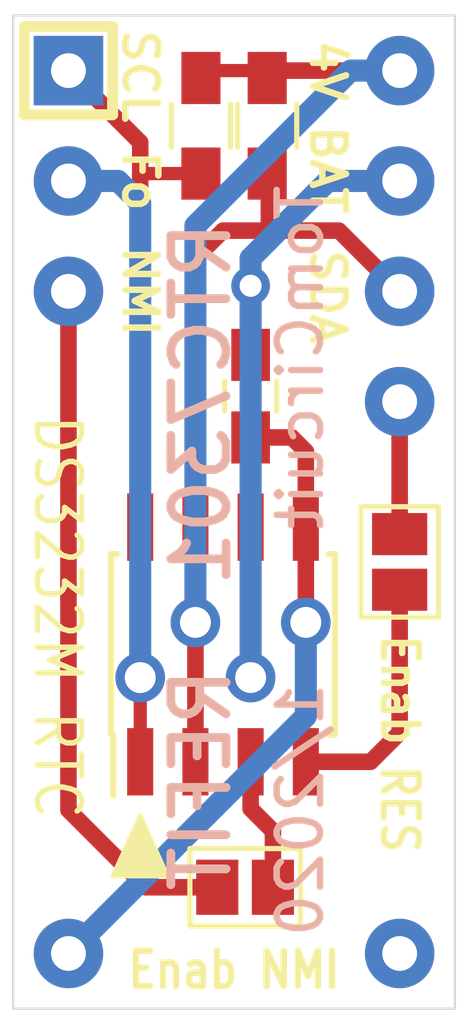
<source format=kicad_pcb>
(kicad_pcb (version 20171130) (host pcbnew "(5.1.4)-1")

  (general
    (thickness 1.6)
    (drawings 22)
    (tracks 54)
    (zones 0)
    (modules 7)
    (nets 11)
  )

  (page A4)
  (layers
    (0 F.Cu signal)
    (31 B.Cu signal)
    (32 B.Adhes user hide)
    (33 F.Adhes user hide)
    (34 B.Paste user hide)
    (35 F.Paste user hide)
    (36 B.SilkS user hide)
    (37 F.SilkS user)
    (38 B.Mask user hide)
    (39 F.Mask user hide)
    (40 Dwgs.User user)
    (41 Cmts.User user hide)
    (42 Eco1.User user hide)
    (43 Eco2.User user hide)
    (44 Edge.Cuts user)
    (45 Margin user hide)
    (46 B.CrtYd user hide)
    (47 F.CrtYd user hide)
    (48 B.Fab user hide)
    (49 F.Fab user hide)
  )

  (setup
    (last_trace_width 0.381)
    (user_trace_width 0.1524)
    (user_trace_width 0.254)
    (user_trace_width 0.3048)
    (user_trace_width 0.381)
    (user_trace_width 0.508)
    (user_trace_width 1.27)
    (user_trace_width 2.032)
    (trace_clearance 0.2032)
    (zone_clearance 0.508)
    (zone_45_only no)
    (trace_min 0.1524)
    (via_size 0.762)
    (via_drill 0.4572)
    (via_min_size 0.6858)
    (via_min_drill 0.3302)
    (user_via 0.6858 0.3302)
    (user_via 0.889 0.508)
    (user_via 1.143 0.7112)
    (user_via 1.397 0.7112)
    (uvia_size 0.762)
    (uvia_drill 0.4572)
    (uvias_allowed no)
    (uvia_min_size 0.6858)
    (uvia_min_drill 0.3302)
    (edge_width 0.05)
    (segment_width 0.2)
    (pcb_text_width 0.3)
    (pcb_text_size 1.5 1.5)
    (mod_edge_width 0.12)
    (mod_text_size 1 1)
    (mod_text_width 0.15)
    (pad_size 1.2 0.889)
    (pad_drill 0)
    (pad_to_mask_clearance 0.0508)
    (solder_mask_min_width 0.1016)
    (pad_to_paste_clearance -0.04)
    (aux_axis_origin 0 0)
    (visible_elements 7FFFFFFF)
    (pcbplotparams
      (layerselection 0x010fc_ffffffff)
      (usegerberextensions false)
      (usegerberattributes false)
      (usegerberadvancedattributes false)
      (creategerberjobfile false)
      (excludeedgelayer true)
      (linewidth 0.100000)
      (plotframeref false)
      (viasonmask false)
      (mode 1)
      (useauxorigin false)
      (hpglpennumber 1)
      (hpglpenspeed 20)
      (hpglpendiameter 15.000000)
      (psnegative false)
      (psa4output false)
      (plotreference true)
      (plotvalue true)
      (plotinvisibletext false)
      (padsonsilk false)
      (subtractmaskfromsilk false)
      (outputformat 1)
      (mirror false)
      (drillshape 1)
      (scaleselection 1)
      (outputdirectory ""))
  )

  (net 0 "")
  (net 1 GND)
  (net 2 /VBAT)
  (net 3 +4V)
  (net 4 /SDA)
  (net 5 /~RESET)
  (net 6 /~NMI)
  (net 7 /FOUT)
  (net 8 /SCL)
  (net 9 "Net-(JP1-Pad1)")
  (net 10 "Net-(JP2-Pad2)")

  (net_class Default "This is the default net class."
    (clearance 0.2032)
    (trace_width 0.254)
    (via_dia 0.762)
    (via_drill 0.4572)
    (uvia_dia 0.762)
    (uvia_drill 0.4572)
    (diff_pair_width 0.2032)
    (diff_pair_gap 0.254)
    (add_net +4V)
    (add_net /FOUT)
    (add_net /SCL)
    (add_net /SDA)
    (add_net /VBAT)
    (add_net /~NMI)
    (add_net /~RESET)
    (add_net GND)
    (add_net "Net-(H1-Pad10)")
    (add_net "Net-(JP1-Pad1)")
    (add_net "Net-(JP2-Pad2)")
  )

  (module newRTC:RTC-DIP-Header locked (layer F.Cu) (tedit 5E245D6E) (tstamp 5E24696B)
    (at 111.76 60.96)
    (descr "18-lead though-hole mounted DIP package, row spacing 7.62 mm (300 mils), sparse pins")
    (tags "THT DIP DIL PDIP 2.54mm 7.62mm 300mil Socket")
    (path /5E246465)
    (fp_text reference H1 (at 0 0) (layer F.SilkS) hide
      (effects (font (size 0.508 0.508) (thickness 0.1016)))
    )
    (fp_text value "RTC DIP Header" (at 3.81 22.65) (layer F.Fab)
      (effects (font (size 0.508 0.508) (thickness 0.1016)))
    )
    (fp_line (start -1.27 -1.33) (end -1.27 21.65) (layer F.Fab) (width 0.1))
    (fp_line (start -1.27 21.65) (end 8.89 21.65) (layer F.Fab) (width 0.1))
    (fp_line (start 8.89 21.65) (end 8.89 -1.33) (layer F.Fab) (width 0.1))
    (fp_line (start 8.89 -1.33) (end -1.27 -1.33) (layer F.Fab) (width 0.1))
    (fp_line (start -1.55 -1.6) (end -1.55 21.9) (layer F.CrtYd) (width 0.05))
    (fp_line (start -1.55 21.9) (end 9.15 21.9) (layer F.CrtYd) (width 0.05))
    (fp_line (start 9.15 21.9) (end 9.15 -1.6) (layer F.CrtYd) (width 0.05))
    (fp_line (start 9.15 -1.6) (end -1.55 -1.6) (layer F.CrtYd) (width 0.05))
    (fp_text user %R (at 3.81 10.16) (layer F.Fab)
      (effects (font (size 1 1) (thickness 0.15)))
    )
    (pad 1 thru_hole rect (at 0 0) (size 1.6 1.6) (drill 0.8) (layers *.Cu *.Mask)
      (net 8 /SCL))
    (pad 10 thru_hole oval (at 7.62 20.32) (size 1.6 1.6) (drill 0.8) (layers *.Cu *.Mask))
    (pad 2 thru_hole oval (at 0 2.54) (size 1.6 1.6) (drill 0.8) (layers *.Cu *.Mask)
      (net 7 /FOUT))
    (pad 3 thru_hole oval (at 0 5.08) (size 1.6 1.6) (drill 0.8) (layers *.Cu *.Mask)
      (net 6 /~NMI))
    (pad 15 thru_hole oval (at 7.62 7.62) (size 1.6 1.6) (drill 0.8) (layers *.Cu *.Mask)
      (net 5 /~RESET))
    (pad 16 thru_hole oval (at 7.62 5.08) (size 1.6 1.6) (drill 0.8) (layers *.Cu *.Mask)
      (net 4 /SDA))
    (pad 17 thru_hole oval (at 7.62 2.54) (size 1.6 1.6) (drill 0.8) (layers *.Cu *.Mask)
      (net 2 /VBAT))
    (pad 9 thru_hole oval (at 0 20.32) (size 1.6 1.6) (drill 0.8) (layers *.Cu *.Mask)
      (net 1 GND))
    (pad 18 thru_hole oval (at 7.62 0) (size 1.6 1.6) (drill 0.8) (layers *.Cu *.Mask)
      (net 3 +4V))
    (model ${KISYS3DMOD}/Housings_DIP.3dshapes/DIP-18_W7.62mm_Socket.wrl
      (at (xyz 0 0 0))
      (scale (xyz 1 1 1))
      (rotate (xyz 0 0 0))
    )
  )

  (module Capacitors_SMD:C_0603_HandSoldering (layer F.Cu) (tedit 5E2471AD) (tstamp 5E247E90)
    (at 115.951 68.453 270)
    (descr "Capacitor SMD 0603, hand soldering")
    (tags "capacitor 0603")
    (path /5E24C6D3)
    (attr smd)
    (fp_text reference C1 (at 0.061 -1.27 90) (layer F.SilkS) hide
      (effects (font (size 0.889 0.889) (thickness 0.127)))
    )
    (fp_text value 1uF (at 0.823 -0.889 90) (layer F.Fab)
      (effects (font (size 0.508 0.508) (thickness 0.1016)))
    )
    (fp_line (start 1.8 0.65) (end -1.8 0.65) (layer F.CrtYd) (width 0.05))
    (fp_line (start 1.8 0.65) (end 1.8 -0.65) (layer F.CrtYd) (width 0.05))
    (fp_line (start -1.8 -0.65) (end -1.8 0.65) (layer F.CrtYd) (width 0.05))
    (fp_line (start -1.8 -0.65) (end 1.8 -0.65) (layer F.CrtYd) (width 0.05))
    (fp_line (start 0.35 0.6) (end -0.35 0.6) (layer F.SilkS) (width 0.12))
    (fp_line (start -0.35 -0.6) (end 0.35 -0.6) (layer F.SilkS) (width 0.12))
    (fp_line (start -0.8 -0.4) (end 0.8 -0.4) (layer F.Fab) (width 0.1))
    (fp_line (start 0.8 -0.4) (end 0.8 0.4) (layer F.Fab) (width 0.1))
    (fp_line (start 0.8 0.4) (end -0.8 0.4) (layer F.Fab) (width 0.1))
    (fp_line (start -0.8 0.4) (end -0.8 -0.4) (layer F.Fab) (width 0.1))
    (fp_text user %R (at -1.082 -0.889 90) (layer F.Fab)
      (effects (font (size 0.508 0.508) (thickness 0.1016)))
    )
    (pad 2 smd rect (at 0.95 0 270) (size 1.2 0.889) (layers F.Cu F.Paste F.Mask)
      (net 1 GND))
    (pad 1 smd rect (at -0.95 0 270) (size 1.2 0.889) (layers F.Cu F.Paste F.Mask)
      (net 2 /VBAT))
    (model Capacitors_SMD.3dshapes/C_0603.wrl
      (at (xyz 0 0 0))
      (scale (xyz 1 1 1))
      (rotate (xyz 0 0 0))
    )
  )

  (module Connectors:GS2 (layer F.Cu) (tedit 586134A1) (tstamp 5E247A3D)
    (at 115.824 79.756 270)
    (descr "2-pin solder bridge")
    (tags "solder bridge")
    (path /5E24E9BF)
    (attr smd)
    (fp_text reference JP1 (at 0 2.54 unlocked) (layer F.SilkS) hide
      (effects (font (size 0.889 0.889) (thickness 0.127)))
    )
    (fp_text value "RTC NMI" (at 1.143 0) (layer F.Fab)
      (effects (font (size 0.508 0.508) (thickness 0.1016)))
    )
    (fp_line (start -0.89 -1.27) (end 0.89 -1.27) (layer F.SilkS) (width 0.12))
    (fp_line (start 0.89 1.27) (end -0.89 1.27) (layer F.SilkS) (width 0.12))
    (fp_line (start 0.89 1.27) (end 0.89 -1.27) (layer F.SilkS) (width 0.12))
    (fp_line (start -0.89 -1.27) (end -0.89 1.27) (layer F.SilkS) (width 0.12))
    (fp_line (start -1.1 -1.45) (end 1.1 -1.45) (layer F.CrtYd) (width 0.05))
    (fp_line (start -1.1 1.5) (end -1.1 -1.45) (layer F.CrtYd) (width 0.05))
    (fp_line (start 1.1 1.5) (end -1.1 1.5) (layer F.CrtYd) (width 0.05))
    (fp_line (start 1.1 -1.45) (end 1.1 1.5) (layer F.CrtYd) (width 0.05))
    (pad 2 smd rect (at 0 0.64 270) (size 1.27 0.97) (layers F.Cu F.Paste F.Mask)
      (net 6 /~NMI))
    (pad 1 smd rect (at 0 -0.64 270) (size 1.27 0.97) (layers F.Cu F.Paste F.Mask)
      (net 9 "Net-(JP1-Pad1)"))
  )

  (module Connectors:GS2 (layer F.Cu) (tedit 586134A1) (tstamp 5E247708)
    (at 119.38 72.268)
    (descr "2-pin solder bridge")
    (tags "solder bridge")
    (path /5E24DFDA)
    (attr smd)
    (fp_text reference JP2 (at 0 2.916 -270) (layer F.SilkS) hide
      (effects (font (size 0.889 0.889) (thickness 0.127)))
    )
    (fp_text value "RTC RESET" (at -0.127 3.424 -270) (layer F.Fab)
      (effects (font (size 0.508 0.508) (thickness 0.1016)))
    )
    (fp_line (start -0.89 -1.27) (end 0.89 -1.27) (layer F.SilkS) (width 0.12))
    (fp_line (start 0.89 1.27) (end -0.89 1.27) (layer F.SilkS) (width 0.12))
    (fp_line (start 0.89 1.27) (end 0.89 -1.27) (layer F.SilkS) (width 0.12))
    (fp_line (start -0.89 -1.27) (end -0.89 1.27) (layer F.SilkS) (width 0.12))
    (fp_line (start -1.1 -1.45) (end 1.1 -1.45) (layer F.CrtYd) (width 0.05))
    (fp_line (start -1.1 1.5) (end -1.1 -1.45) (layer F.CrtYd) (width 0.05))
    (fp_line (start 1.1 1.5) (end -1.1 1.5) (layer F.CrtYd) (width 0.05))
    (fp_line (start 1.1 -1.45) (end 1.1 1.5) (layer F.CrtYd) (width 0.05))
    (pad 2 smd rect (at 0 0.64) (size 1.27 0.97) (layers F.Cu F.Paste F.Mask)
      (net 10 "Net-(JP2-Pad2)"))
    (pad 1 smd rect (at 0 -0.64) (size 1.27 0.97) (layers F.Cu F.Paste F.Mask)
      (net 5 /~RESET))
  )

  (module Resistors_SMD:R_0603_HandSoldering (layer F.Cu) (tedit 58E0A804) (tstamp 5E239CC9)
    (at 114.808 62.23 270)
    (descr "Resistor SMD 0603, hand soldering")
    (tags "resistor 0603")
    (path /5E2458FE)
    (attr smd)
    (fp_text reference R1 (at 2.54 -0.127 270) (layer F.SilkS) hide
      (effects (font (size 0.889 0.889) (thickness 0.127)))
    )
    (fp_text value 3.3K (at -0.889 1.016 90) (layer F.Fab)
      (effects (font (size 0.508 0.508) (thickness 0.1016)))
    )
    (fp_line (start 1.95 0.7) (end -1.96 0.7) (layer F.CrtYd) (width 0.05))
    (fp_line (start 1.95 0.7) (end 1.95 -0.7) (layer F.CrtYd) (width 0.05))
    (fp_line (start -1.96 -0.7) (end -1.96 0.7) (layer F.CrtYd) (width 0.05))
    (fp_line (start -1.96 -0.7) (end 1.95 -0.7) (layer F.CrtYd) (width 0.05))
    (fp_line (start -0.5 -0.68) (end 0.5 -0.68) (layer F.SilkS) (width 0.12))
    (fp_line (start 0.5 0.68) (end -0.5 0.68) (layer F.SilkS) (width 0.12))
    (fp_line (start -0.8 -0.4) (end 0.8 -0.4) (layer F.Fab) (width 0.1))
    (fp_line (start 0.8 -0.4) (end 0.8 0.4) (layer F.Fab) (width 0.1))
    (fp_line (start 0.8 0.4) (end -0.8 0.4) (layer F.Fab) (width 0.1))
    (fp_line (start -0.8 0.4) (end -0.8 -0.4) (layer F.Fab) (width 0.1))
    (fp_text user %R (at 1.016 1.016 90) (layer F.Fab)
      (effects (font (size 0.508 0.508) (thickness 0.1016)))
    )
    (pad 2 smd rect (at 1.1 0 270) (size 1.2 0.9) (layers F.Cu F.Paste F.Mask)
      (net 8 /SCL))
    (pad 1 smd rect (at -1.1 0 270) (size 1.2 0.9) (layers F.Cu F.Paste F.Mask)
      (net 3 +4V))
    (model ${KISYS3DMOD}/Resistors_SMD.3dshapes/R_0603.wrl
      (at (xyz 0 0 0))
      (scale (xyz 1 1 1))
      (rotate (xyz 0 0 0))
    )
  )

  (module Resistors_SMD:R_0603_HandSoldering (layer F.Cu) (tedit 58E0A804) (tstamp 5E23A2F9)
    (at 116.332 62.23 270)
    (descr "Resistor SMD 0603, hand soldering")
    (tags "resistor 0603")
    (path /5E247D59)
    (attr smd)
    (fp_text reference R2 (at 2.667 0 90) (layer F.SilkS) hide
      (effects (font (size 0.889 0.889) (thickness 0.127)))
    )
    (fp_text value 3.3K (at -0.889 -1.016 90) (layer F.Fab)
      (effects (font (size 0.508 0.508) (thickness 0.1016)))
    )
    (fp_text user %R (at 1.016 -1.016 90) (layer F.Fab)
      (effects (font (size 0.508 0.508) (thickness 0.1016)))
    )
    (fp_line (start -0.8 0.4) (end -0.8 -0.4) (layer F.Fab) (width 0.1))
    (fp_line (start 0.8 0.4) (end -0.8 0.4) (layer F.Fab) (width 0.1))
    (fp_line (start 0.8 -0.4) (end 0.8 0.4) (layer F.Fab) (width 0.1))
    (fp_line (start -0.8 -0.4) (end 0.8 -0.4) (layer F.Fab) (width 0.1))
    (fp_line (start 0.5 0.68) (end -0.5 0.68) (layer F.SilkS) (width 0.12))
    (fp_line (start -0.5 -0.68) (end 0.5 -0.68) (layer F.SilkS) (width 0.12))
    (fp_line (start -1.96 -0.7) (end 1.95 -0.7) (layer F.CrtYd) (width 0.05))
    (fp_line (start -1.96 -0.7) (end -1.96 0.7) (layer F.CrtYd) (width 0.05))
    (fp_line (start 1.95 0.7) (end 1.95 -0.7) (layer F.CrtYd) (width 0.05))
    (fp_line (start 1.95 0.7) (end -1.96 0.7) (layer F.CrtYd) (width 0.05))
    (pad 1 smd rect (at -1.1 0 270) (size 1.2 0.9) (layers F.Cu F.Paste F.Mask)
      (net 3 +4V))
    (pad 2 smd rect (at 1.1 0 270) (size 1.2 0.9) (layers F.Cu F.Paste F.Mask)
      (net 4 /SDA))
    (model ${KISYS3DMOD}/Resistors_SMD.3dshapes/R_0603.wrl
      (at (xyz 0 0 0))
      (scale (xyz 1 1 1))
      (rotate (xyz 0 0 0))
    )
  )

  (module Housings_SOIC:SOIC-8_3.9x4.9mm_Pitch1.27mm (layer F.Cu) (tedit 58CD0CDA) (tstamp 5E247B3F)
    (at 115.316 74.168 90)
    (descr "8-Lead Plastic Small Outline (SN) - Narrow, 3.90 mm Body [SOIC] (see Microchip Packaging Specification 00000049BS.pdf)")
    (tags "SOIC 1.27")
    (path /5E23FCCE)
    (attr smd)
    (fp_text reference U1 (at -0.254 0.635 90) (layer F.SilkS) hide
      (effects (font (size 0.889 0.889) (thickness 0.127)))
    )
    (fp_text value DS3232M (at 0.762 0 180) (layer F.Fab)
      (effects (font (size 0.635 0.635) (thickness 0.127)))
    )
    (fp_line (start -2.075 -2.525) (end -3.475 -2.525) (layer F.SilkS) (width 0.15))
    (fp_line (start -2.075 2.575) (end 2.075 2.575) (layer F.SilkS) (width 0.15))
    (fp_line (start -2.075 -2.575) (end 2.075 -2.575) (layer F.SilkS) (width 0.15))
    (fp_line (start -2.075 2.575) (end -2.075 2.43) (layer F.SilkS) (width 0.15))
    (fp_line (start 2.075 2.575) (end 2.075 2.43) (layer F.SilkS) (width 0.15))
    (fp_line (start 2.075 -2.575) (end 2.075 -2.43) (layer F.SilkS) (width 0.15))
    (fp_line (start -2.075 -2.575) (end -2.075 -2.525) (layer F.SilkS) (width 0.15))
    (fp_line (start -3.73 2.7) (end 3.73 2.7) (layer F.CrtYd) (width 0.05))
    (fp_line (start -3.73 -2.7) (end 3.73 -2.7) (layer F.CrtYd) (width 0.05))
    (fp_line (start 3.73 -2.7) (end 3.73 2.7) (layer F.CrtYd) (width 0.05))
    (fp_line (start -3.73 -2.7) (end -3.73 2.7) (layer F.CrtYd) (width 0.05))
    (fp_line (start -1.95 -1.45) (end -0.95 -2.45) (layer F.Fab) (width 0.1))
    (fp_line (start -1.95 2.45) (end -1.95 -1.45) (layer F.Fab) (width 0.1))
    (fp_line (start 1.95 2.45) (end -1.95 2.45) (layer F.Fab) (width 0.1))
    (fp_line (start 1.95 -2.45) (end 1.95 2.45) (layer F.Fab) (width 0.1))
    (fp_line (start -0.95 -2.45) (end 1.95 -2.45) (layer F.Fab) (width 0.1))
    (fp_text user %R (at -0.381 0.127 180) (layer F.Fab)
      (effects (font (size 0.635 0.635) (thickness 0.127)))
    )
    (fp_text user "DS3232M RTC" (at 0.635 -3.81 270 unlocked) (layer F.SilkS)
      (effects (font (size 1.016 0.889) (thickness 0.127)))
    )
    (pad 8 smd rect (at 2.7 -1.905 90) (size 1.55 0.6) (layers F.Cu F.Paste F.Mask)
      (net 8 /SCL))
    (pad 7 smd rect (at 2.7 -0.635 90) (size 1.55 0.6) (layers F.Cu F.Paste F.Mask)
      (net 4 /SDA))
    (pad 6 smd rect (at 2.7 0.635 90) (size 1.55 0.6) (layers F.Cu F.Paste F.Mask)
      (net 2 /VBAT))
    (pad 5 smd rect (at 2.7 1.905 90) (size 1.55 0.6) (layers F.Cu F.Paste F.Mask)
      (net 1 GND))
    (pad 4 smd rect (at -2.7 1.905 90) (size 1.55 0.6) (layers F.Cu F.Paste F.Mask)
      (net 10 "Net-(JP2-Pad2)"))
    (pad 3 smd rect (at -2.7 0.635 90) (size 1.55 0.6) (layers F.Cu F.Paste F.Mask)
      (net 9 "Net-(JP1-Pad1)"))
    (pad 2 smd rect (at -2.7 -0.635 90) (size 1.55 0.6) (layers F.Cu F.Paste F.Mask)
      (net 3 +4V))
    (pad 1 smd rect (at -2.7 -1.905 90) (size 1.55 0.6) (layers F.Cu F.Paste F.Mask)
      (net 7 /FOUT))
    (model ${KISYS3DMOD}/Housings_SOIC.3dshapes/SOIC-8_3.9x4.9mm_Pitch1.27mm.wrl
      (at (xyz 0 0 0))
      (scale (xyz 1 1 1))
      (rotate (xyz 0 0 0))
    )
  )

  (gr_poly (pts (xy 115.537902 80.50823) (xy 116.045902 80.50823) (xy 116.045902 78.98423) (xy 115.537902 78.98423)) (layer F.Mask) (width 0.1) (tstamp 5E248884))
  (gr_poly (pts (xy 118.618 72.009) (xy 118.618 72.517) (xy 120.142 72.517) (xy 120.142 72.009)) (layer F.Mask) (width 0.1))
  (gr_line (start 110.744 61.976) (end 110.744 59.944) (layer F.SilkS) (width 0.254))
  (gr_line (start 112.776 61.976) (end 110.744 61.976) (layer F.SilkS) (width 0.254))
  (gr_line (start 112.776 59.944) (end 112.776 61.976) (layer F.SilkS) (width 0.254))
  (gr_line (start 110.744 59.944) (end 112.776 59.944) (layer F.SilkS) (width 0.254))
  (gr_poly (pts (xy 113.411 78.105) (xy 112.776 79.502) (xy 114.046 79.502)) (layer F.SilkS) (width 0.1))
  (gr_text Fo (at 113.411 63.5 270) (layer F.SilkS) (tstamp 5E247904)
    (effects (font (size 0.762 0.762) (thickness 0.15)))
  )
  (gr_text "Enab NMI" (at 115.57 81.661) (layer F.SilkS) (tstamp 5E2477EF)
    (effects (font (size 0.8128 0.6858) (thickness 0.15)))
  )
  (gr_text "Enab RES" (at 119.38 76.454 270) (layer F.SilkS) (tstamp 5E2477BB)
    (effects (font (size 0.8128 0.6858) (thickness 0.15)))
  )
  (gr_text NMI (at 113.411 66.04 270) (layer F.SilkS) (tstamp 5E2476AF)
    (effects (font (size 0.762 0.762) (thickness 0.15)))
  )
  (gr_text 4V (at 117.729 60.96 270) (layer F.SilkS) (tstamp 5E24763A)
    (effects (font (size 0.762 0.762) (thickness 0.15)))
  )
  (gr_text TomCircuit (at 117.094 67.564 90) (layer B.SilkS) (tstamp 5E24761E)
    (effects (font (size 1 1) (thickness 0.15)) (justify mirror))
  )
  (gr_line (start 110.49 59.69) (end 110.49 82.55) (layer Edge.Cuts) (width 0.05))
  (gr_line (start 120.65 59.69) (end 110.49 59.69) (layer Edge.Cuts) (width 0.05))
  (gr_line (start 120.65 82.55) (end 120.65 59.69) (layer Edge.Cuts) (width 0.05))
  (gr_line (start 110.49 82.55) (end 120.65 82.55) (layer Edge.Cuts) (width 0.05))
  (gr_text BAT (at 117.729 63.246 270) (layer F.SilkS) (tstamp 5E246E6F)
    (effects (font (size 0.762 0.762) (thickness 0.15)))
  )
  (gr_text SDA (at 117.729 66.167 270) (layer F.SilkS) (tstamp 5E246E69)
    (effects (font (size 0.762 0.762) (thickness 0.15)))
  )
  (gr_text SCL (at 113.411 61.087 270) (layer F.SilkS)
    (effects (font (size 0.762 0.762) (thickness 0.15)))
  )
  (gr_text "RTC7301  REFIT" (at 114.808 72.136 90) (layer B.SilkS)
    (effects (font (size 1.27 1.27) (thickness 0.2032)) (justify mirror))
  )
  (gr_text 1/2020 (at 117.094 77.978 90) (layer B.SilkS) (tstamp 5E24870F)
    (effects (font (size 1 1) (thickness 0.15)) (justify mirror))
  )

  (via (at 115.951 65.913) (size 0.889) (drill 0.508) (layers F.Cu B.Cu) (net 2))
  (via (at 115.951 74.93) (size 1.143) (drill 0.7112) (layers F.Cu B.Cu) (net 2))
  (via (at 117.221 73.66) (size 1.143) (drill 0.7112) (layers F.Cu B.Cu) (net 1))
  (segment (start 117.221 71.468) (end 117.221 69.723) (width 0.381) (layer F.Cu) (net 1))
  (segment (start 116.901 69.403) (end 115.951 69.403) (width 0.381) (layer F.Cu) (net 1))
  (segment (start 117.221 69.723) (end 116.901 69.403) (width 0.381) (layer F.Cu) (net 1))
  (segment (start 117.221 75.565) (end 117.221 73.66) (width 0.508) (layer B.Cu) (net 1))
  (segment (start 111.76 81.28) (end 117.221 75.819) (width 0.508) (layer B.Cu) (net 1))
  (segment (start 117.221 75.819) (end 117.221 75.565) (width 0.508) (layer B.Cu) (net 1))
  (segment (start 117.221 71.468) (end 117.221 73.66) (width 0.381) (layer F.Cu) (net 1))
  (segment (start 117.729 63.5) (end 119.38 63.5) (width 0.508) (layer B.Cu) (net 2))
  (segment (start 115.951 65.278) (end 117.729 63.5) (width 0.508) (layer B.Cu) (net 2))
  (segment (start 115.951 71.468) (end 115.951 74.93) (width 0.381) (layer F.Cu) (net 2))
  (segment (start 115.951 74.93) (end 115.951 65.278) (width 0.508) (layer B.Cu) (net 2))
  (segment (start 115.951 67.503) (end 115.951 65.913) (width 0.381) (layer F.Cu) (net 2))
  (segment (start 116.502 60.96) (end 116.332 61.13) (width 0.3048) (layer F.Cu) (net 3))
  (segment (start 119.38 60.96) (end 116.502 60.96) (width 0.381) (layer F.Cu) (net 3))
  (via (at 114.681 73.66) (size 1.143) (drill 0.7112) (layers F.Cu B.Cu) (net 3))
  (segment (start 114.681 73.66) (end 114.681 76.868) (width 0.381) (layer F.Cu) (net 3))
  (segment (start 118.24863 60.96) (end 119.38 60.96) (width 0.508) (layer B.Cu) (net 3))
  (segment (start 114.681 64.52763) (end 118.24863 60.96) (width 0.508) (layer B.Cu) (net 3))
  (segment (start 114.681 73.66) (end 114.681 64.52763) (width 0.508) (layer B.Cu) (net 3))
  (segment (start 116.162 60.96) (end 116.332 61.13) (width 0.3048) (layer F.Cu) (net 3))
  (segment (start 114.808 61.13) (end 114.978 60.96) (width 0.3048) (layer F.Cu) (net 3))
  (segment (start 114.978 60.96) (end 116.162 60.96) (width 0.3048) (layer F.Cu) (net 3))
  (segment (start 116.332 64.643) (end 116.332 63.33) (width 0.3048) (layer F.Cu) (net 4))
  (segment (start 117.983 64.643) (end 119.38 66.04) (width 0.381) (layer F.Cu) (net 4))
  (segment (start 116.332 64.643) (end 117.983 64.643) (width 0.381) (layer F.Cu) (net 4))
  (segment (start 115.316 64.643) (end 116.332 64.643) (width 0.381) (layer F.Cu) (net 4))
  (segment (start 114.681 71.468) (end 114.681 65.278) (width 0.381) (layer F.Cu) (net 4))
  (segment (start 114.681 65.278) (end 115.316 64.643) (width 0.381) (layer F.Cu) (net 4))
  (segment (start 119.38 70.8382) (end 119.38 68.58) (width 0.381) (layer F.Cu) (net 5))
  (segment (start 119.38 71.628) (end 119.38 70.8382) (width 0.381) (layer F.Cu) (net 5))
  (segment (start 111.76 66.04) (end 111.76 77.978) (width 0.381) (layer F.Cu) (net 6))
  (segment (start 111.76 77.978) (end 113.538 79.756) (width 0.381) (layer F.Cu) (net 6))
  (segment (start 113.538 79.756) (end 115.184 79.756) (width 0.381) (layer F.Cu) (net 6))
  (segment (start 113.411 76.868) (end 113.411 75.7882) (width 0.3048) (layer F.Cu) (net 7))
  (segment (start 113.411 75.7882) (end 113.411 74.93) (width 0.3048) (layer F.Cu) (net 7))
  (via (at 113.411 74.93) (size 1.143) (drill 0.7112) (layers F.Cu B.Cu) (net 7))
  (segment (start 112.903 63.5) (end 111.76 63.5) (width 0.508) (layer B.Cu) (net 7))
  (segment (start 113.411 74.93) (end 113.411 64.008) (width 0.508) (layer B.Cu) (net 7))
  (segment (start 113.411 64.008) (end 112.903 63.5) (width 0.508) (layer B.Cu) (net 7))
  (segment (start 113.411 63.373) (end 113.411 71.468) (width 0.381) (layer F.Cu) (net 8))
  (segment (start 113.411 62.611) (end 113.411 63.373) (width 0.381) (layer F.Cu) (net 8))
  (segment (start 111.76 60.96) (end 113.411 62.611) (width 0.381) (layer F.Cu) (net 8))
  (segment (start 113.622 63.33) (end 113.411 63.373) (width 0.3048) (layer F.Cu) (net 8))
  (segment (start 114.808 63.33) (end 113.622 63.33) (width 0.3048) (layer F.Cu) (net 8))
  (segment (start 116.464 78.8162) (end 116.464 79.756) (width 0.381) (layer F.Cu) (net 9))
  (segment (start 116.464 78.4608) (end 116.464 78.8162) (width 0.381) (layer F.Cu) (net 9))
  (segment (start 115.951 77.9478) (end 116.464 78.4608) (width 0.381) (layer F.Cu) (net 9))
  (segment (start 115.951 76.868) (end 115.951 77.9478) (width 0.381) (layer F.Cu) (net 9))
  (segment (start 117.221 76.868) (end 118.712 76.868) (width 0.381) (layer F.Cu) (net 10))
  (segment (start 118.712 76.868) (end 119.38 76.2) (width 0.381) (layer F.Cu) (net 10))
  (segment (start 119.38 76.2) (end 119.38 72.908) (width 0.381) (layer F.Cu) (net 10))

)

</source>
